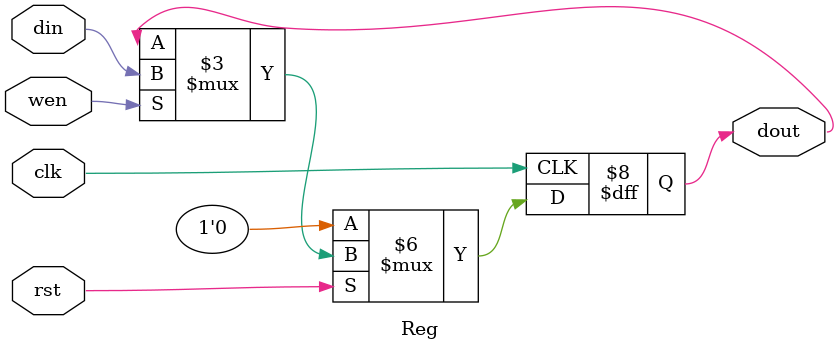
<source format=v>
module Reg 
#(
  parameter WIDTH = 1, 
  parameter RESET_VAL = 0
)
(
  input clk,
  input rst,
  input [WIDTH-1:0] din,
  output reg [WIDTH-1:0] dout,
  input wen
);

  always @(posedge clk) begin
    if (!rst) begin
      dout <= RESET_VAL;
    end else if (wen) begin
      dout <= din;
    end
  end
  
endmodule
</source>
